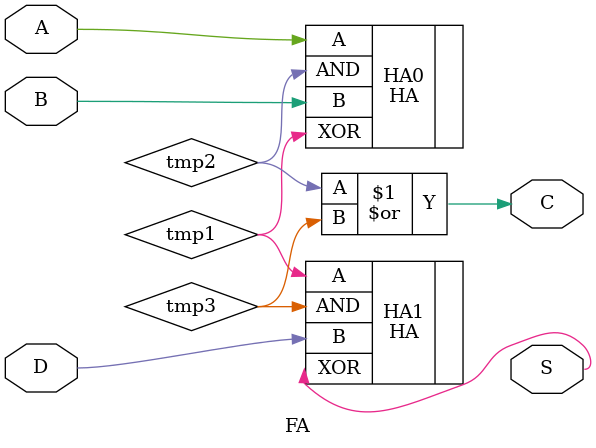
<source format=v>
module FA(
  input A,B,D,
  output S,C
);
  wire tmp1,tmp2,tmp3;
  HA HA0(
    .A(A),
    .B(B),
    .XOR(tmp1),
    .AND(tmp2)
  );
  HA HA1(
    .A(tmp1),
    .B(D),
    .XOR(S),
    .AND(tmp3)
  );

  assign
  C = tmp2 | tmp3;
endmodule
</source>
